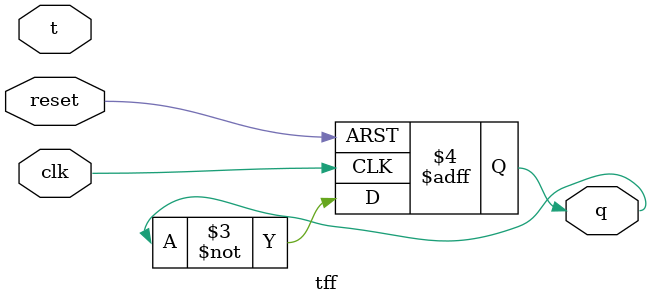
<source format=v>
module tff(t,clk,reset,q);
input t,clk,reset;
output reg q;

always @(negedge clk or negedge reset)
begin
    if(reset==0)
        q<=0;
    else
        q<=~q;
end
endmodule
</source>
